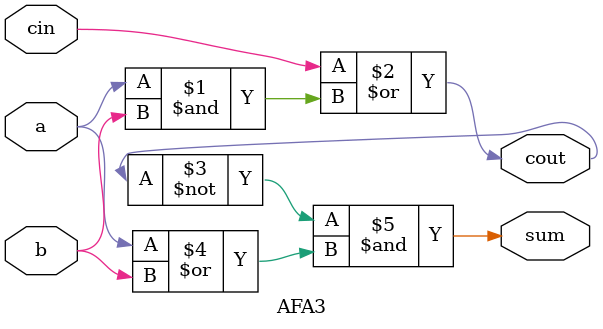
<source format=v>
module AFA3(
    // error when input '001' or '011' or '111'
    input  wire a,
    input  wire b,
    input  wire cin,
    output wire cout,
    output wire sum
);

    assign cout = cin | (a & b);
    assign sum = ~cout & (a | b);

endmodule

</source>
